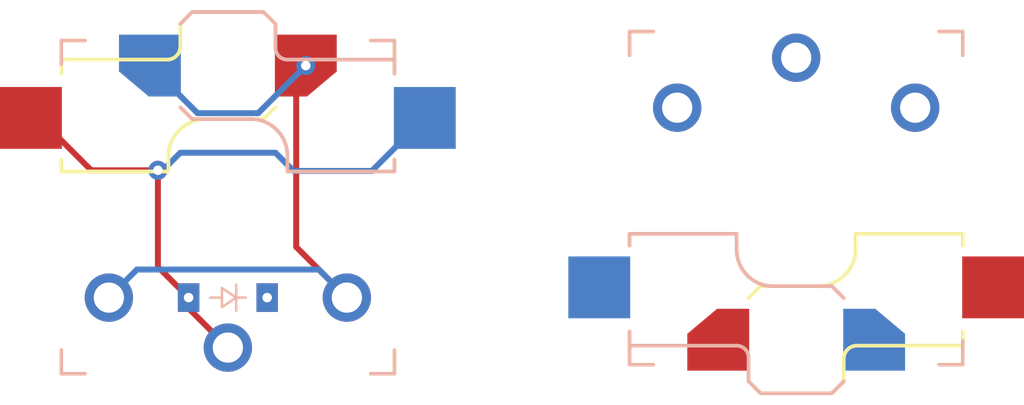
<source format=kicad_pcb>
(kicad_pcb (version 20221018) (generator pcbnew)
  (title_block (title "think_corney") (rev "v1-b1") (company "@infused-kim"))
  (layers (0 "F.Cu" signal) (31 "B.Cu" signal) (34 "B.Paste" user) (35 "F.Paste" user) (36 "B.SilkS" user "B.Silkscreen") (37 "F.SilkS" user "F.Silkscreen") (38 "B.Mask" user) (39 "F.Mask" user) (44 "Edge.Cuts" user))
  (net 0 "")
  (net 1 "C3")
  (net 2 "R2")
  (net 3 "middle_home")
  (footprint "ComboDiode" (layer "F.Cu") (at 0 3.8 180)
    (fp_text reference "D11" hide)
    (fp_text value "" hide)
    (fp_line (start -0.75 0) (end -0.35 0) (stroke (width 0.1)) (layer "B.SilkS"))
    (fp_line (start -0.35 0) (end -0.35 -0.55) (stroke (width 0.1)) (layer "B.SilkS"))
    (fp_line (start -0.35 0) (end -0.35 0.55) (stroke (width 0.1)) (layer "B.SilkS"))
    (fp_line (start -0.35 0) (end 0.25 -0.4) (stroke (width 0.1)) (layer "B.SilkS"))
    (fp_line (start 0.25 -0.4) (end 0.25 0.4) (stroke (width 0.1)) (layer "B.SilkS"))
    (fp_line (start 0.25 0) (end 0.75 0) (stroke (width 0.1)) (layer "B.SilkS"))
    (fp_line (start 0.25 0.4) (end -0.35 0) (stroke (width 0.1)) (layer "B.SilkS"))
    (fp_line (start -0.75 0) (end -0.35 0) (stroke (width 0.1)) (layer "F.SilkS"))
    (fp_line (start -0.35 0) (end -0.35 -0.55) (stroke (width 0.1)) (layer "F.SilkS"))
    (fp_line (start -0.35 0) (end -0.35 0.55) (stroke (width 0.1)) (layer "F.SilkS"))
    (fp_line (start -0.35 0) (end 0.25 -0.4) (stroke (width 0.1)) (layer "F.SilkS"))
    (fp_line (start 0.25 -0.4) (end 0.25 0.4) (stroke (width 0.1)) (layer "F.SilkS"))
    (fp_line (start 0.25 0) (end 0.75 0) (stroke (width 0.1)) (layer "F.SilkS"))
    (fp_line (start 0.25 0.4) (end -0.35 0) (stroke (width 0.1)) (layer "F.SilkS"))
    (pad "1" smd rect (at -1.65 0 180) (size 0.9 1.2) (layers "F.Cu" "F.Paste" "F.Mask") (net 2 "R2"))
    (pad "1" smd rect (at -1.65 0 180) (size 0.9 1.2) (layers "B.Cu" "B.Paste" "B.Mask") (net 2 "R2"))
    (pad "2" smd rect (at 1.65 0 180) (size 0.9 1.2) (layers "F.Cu" "F.Paste" "F.Mask") (net 3 "middle_home"))
    (pad "2" smd rect (at 1.65 0 180) (size 0.9 1.2) (layers "B.Cu" "B.Paste" "B.Mask") (net 3 "middle_home"))
  )
  (footprint "PG1350" (layer "F.Cu") (at 23.88 -0.38 180)
    (fp_text reference "S11" hide)
    (fp_text value "" hide)
    (fp_line (start -7 -6) (end -7 -7) (stroke (width 0.15)) (layer "B.SilkS"))
    (fp_line (start -7 7) (end -7 6) (stroke (width 0.15)) (layer "B.SilkS"))
    (fp_line (start -7 7) (end -6 7) (stroke (width 0.15)) (layer "B.SilkS"))
    (fp_line (start -6 -7) (end -7 -7) (stroke (width 0.15)) (layer "B.SilkS"))
    (fp_line (start -2 -7.7) (end -1.5 -8.2) (stroke (width 0.15)) (layer "B.SilkS"))
    (fp_line (start -2 -7.7) (end -1.5 -8.2) (stroke (width 0.15)) (layer "B.SilkS"))
    (fp_line (start -2 -4.2) (end -1.5 -3.7) (stroke (width 0.15)) (layer "B.SilkS"))
    (fp_line (start -2 -4.2) (end -1.5 -3.7) (stroke (width 0.15)) (layer "B.SilkS"))
    (fp_line (start -1.5 -8.2) (end 1.5 -8.2) (stroke (width 0.15)) (layer "B.SilkS"))
    (fp_line (start -1.5 -8.2) (end 1.5 -8.2) (stroke (width 0.15)) (layer "B.SilkS"))
    (fp_line (start -1.5 -3.7) (end 1 -3.7) (stroke (width 0.15)) (layer "B.SilkS"))
    (fp_line (start -1.5 -3.7) (end 1 -3.7) (stroke (width 0.15)) (layer "B.SilkS"))
    (fp_line (start 1.5 -8.2) (end 2 -7.7) (stroke (width 0.15)) (layer "B.SilkS"))
    (fp_line (start 1.5 -8.2) (end 2 -7.7) (stroke (width 0.15)) (layer "B.SilkS"))
    (fp_line (start 2 -6.7) (end 2 -7.7) (stroke (width 0.15)) (layer "B.SilkS"))
    (fp_line (start 2 -6.7) (end 2 -7.7) (stroke (width 0.15)) (layer "B.SilkS"))
    (fp_line (start 2.5 -2.2) (end 2.5 -1.5) (stroke (width 0.15)) (layer "B.SilkS"))
    (fp_line (start 2.5 -2.2) (end 2.5 -1.5) (stroke (width 0.15)) (layer "B.SilkS"))
    (fp_line (start 2.5 -1.5) (end 7 -1.5) (stroke (width 0.15)) (layer "B.SilkS"))
    (fp_line (start 2.5 -1.5) (end 7 -1.5) (stroke (width 0.15)) (layer "B.SilkS"))
    (fp_line (start 6 7) (end 7 7) (stroke (width 0.15)) (layer "B.SilkS"))
    (fp_line (start 7 -7) (end 6 -7) (stroke (width 0.15)) (layer "B.SilkS"))
    (fp_line (start 7 -7) (end 7 -6) (stroke (width 0.15)) (layer "B.SilkS"))
    (fp_line (start 7 -6.2) (end 2.5 -6.2) (stroke (width 0.15)) (layer "B.SilkS"))
    (fp_line (start 7 -6.2) (end 2.5 -6.2) (stroke (width 0.15)) (layer "B.SilkS"))
    (fp_line (start 7 -5.6) (end 7 -6.2) (stroke (width 0.15)) (layer "B.SilkS"))
    (fp_line (start 7 -5.6) (end 7 -6.2) (stroke (width 0.15)) (layer "B.SilkS"))
    (fp_line (start 7 -1.5) (end 7 -2) (stroke (width 0.15)) (layer "B.SilkS"))
    (fp_line (start 7 -1.5) (end 7 -2) (stroke (width 0.15)) (layer "B.SilkS"))
    (fp_line (start 7 6) (end 7 7) (stroke (width 0.15)) (layer "B.SilkS"))
    (fp_arc (start 0.97 -3.7) (mid 2.051873 -3.251873) (end 2.5 -2.17) (stroke (width 0.15)) (layer "B.SilkS"))
    (fp_arc (start 0.97 -3.7) (mid 2.051873 -3.251873) (end 2.5 -2.17) (stroke (width 0.15)) (layer "B.SilkS"))
    (fp_arc (start 2.500397 -6.199901) (mid 2.150071 -6.34272) (end 2 -6.690001) (stroke (width 0.15)) (layer "B.SilkS"))
    (fp_arc (start 2.500397 -6.199901) (mid 2.150071 -6.34272) (end 2 -6.690001) (stroke (width 0.15)) (layer "B.SilkS"))
    (fp_line (start -7 -6.2) (end -2.5 -6.2) (stroke (width 0.15)) (layer "F.SilkS"))
    (fp_line (start -7 -6.2) (end -2.5 -6.2) (stroke (width 0.15)) (layer "F.SilkS"))
    (fp_line (start -7 -6) (end -7 -7) (stroke (width 0.15)) (layer "F.SilkS"))
    (fp_line (start -7 -5.6) (end -7 -6.2) (stroke (width 0.15)) (layer "F.SilkS"))
    (fp_line (start -7 -5.6) (end -7 -6.2) (stroke (width 0.15)) (layer "F.SilkS"))
    (fp_line (start -7 -1.5) (end -7 -2) (stroke (width 0.15)) (layer "F.SilkS"))
    (fp_line (start -7 -1.5) (end -7 -2) (stroke (width 0.15)) (layer "F.SilkS"))
    (fp_line (start -7 7) (end -7 6) (stroke (width 0.15)) (layer "F.SilkS"))
    (fp_line (start -7 7) (end -6 7) (stroke (width 0.15)) (layer "F.SilkS"))
    (fp_line (start -6 -7) (end -7 -7) (stroke (width 0.15)) (layer "F.SilkS"))
    (fp_line (start -2.5 -2.2) (end -2.5 -1.5) (stroke (width 0.15)) (layer "F.SilkS"))
    (fp_line (start -2.5 -2.2) (end -2.5 -1.5) (stroke (width 0.15)) (layer "F.SilkS"))
    (fp_line (start -2.5 -1.5) (end -7 -1.5) (stroke (width 0.15)) (layer "F.SilkS"))
    (fp_line (start -2.5 -1.5) (end -7 -1.5) (stroke (width 0.15)) (layer "F.SilkS"))
    (fp_line (start -2 -6.7) (end -2 -7.7) (stroke (width 0.15)) (layer "F.SilkS"))
    (fp_line (start -2 -6.7) (end -2 -7.7) (stroke (width 0.15)) (layer "F.SilkS"))
    (fp_line (start -1.5 -8.2) (end -2 -7.7) (stroke (width 0.15)) (layer "F.SilkS"))
    (fp_line (start -1.5 -8.2) (end -2 -7.7) (stroke (width 0.15)) (layer "F.SilkS"))
    (fp_line (start 1.5 -8.2) (end -1.5 -8.2) (stroke (width 0.15)) (layer "F.SilkS"))
    (fp_line (start 1.5 -8.2) (end -1.5 -8.2) (stroke (width 0.15)) (layer "F.SilkS"))
    (fp_line (start 1.5 -3.7) (end -1 -3.7) (stroke (width 0.15)) (layer "F.SilkS"))
    (fp_line (start 1.5 -3.7) (end -1 -3.7) (stroke (width 0.15)) (layer "F.SilkS"))
    (fp_line (start 2 -7.7) (end 1.5 -8.2) (stroke (width 0.15)) (layer "F.SilkS"))
    (fp_line (start 2 -7.7) (end 1.5 -8.2) (stroke (width 0.15)) (layer "F.SilkS"))
    (fp_line (start 2 -4.2) (end 1.5 -3.7) (stroke (width 0.15)) (layer "F.SilkS"))
    (fp_line (start 2 -4.2) (end 1.5 -3.7) (stroke (width 0.15)) (layer "F.SilkS"))
    (fp_line (start 6 7) (end 7 7) (stroke (width 0.15)) (layer "F.SilkS"))
    (fp_line (start 7 -7) (end 6 -7) (stroke (width 0.15)) (layer "F.SilkS"))
    (fp_line (start 7 -7) (end 7 -6) (stroke (width 0.15)) (layer "F.SilkS"))
    (fp_line (start 7 6) (end 7 7) (stroke (width 0.15)) (layer "F.SilkS"))
    (fp_arc (start -2.5 -2.22) (mid -1.956518 -3.312082) (end -0.8 -3.7) (stroke (width 0.15)) (layer "F.SilkS"))
    (fp_arc (start -2.5 -2.22) (mid -1.956518 -3.312082) (end -0.8 -3.7) (stroke (width 0.15)) (layer "F.SilkS"))
    (fp_arc (start -2 -6.78) (mid -2.139878 -6.382304) (end -2.52 -6.2) (stroke (width 0.15)) (layer "F.SilkS"))
    (fp_arc (start -2 -6.78) (mid -2.139878 -6.382304) (end -2.52 -6.2) (stroke (width 0.15)) (layer "F.SilkS"))
    (pad "" np_thru_hole circle (at -5.5 0) (size 1.7018 1.7018) (drill 1.7018) (layers "*.Cu" "*.Mask"))
    (pad "" np_thru_hole circle (at -5 -3.75) (size 3 3) (drill 3) (layers "*.Cu" "*.Mask"))
    (pad "" np_thru_hole circle (at 0 -5.95) (size 3 3) (drill 3) (layers "*.Cu" "*.Mask"))
    (pad "" np_thru_hole circle (at 0 0) (size 3.429 3.429) (drill 3.429) (layers "*.Cu" "*.Mask"))
    (pad "" np_thru_hole circle (at 5 -3.75) (size 3 3) (drill 3) (layers "*.Cu" "*.Mask"))
    (pad "" np_thru_hole circle (at 5.5 0) (size 1.7018 1.7018) (drill 1.7018) (layers "*.Cu" "*.Mask"))
    (pad "1" thru_hole circle (at -5 3.8) (size 2.032 2.032) (drill 1.27) (layers "*.Cu" "*.Mask"))
    (pad "1" connect custom (at -3.275 -5.95 180) (size 0.5 0.5) (layers "B.Cu" "B.Mask") (options (clearance outline) (anchor rect)) (primitives (gr_poly (pts (xy -1.3 -1.3) (xy -1.3 0.25) (xy -0.05 1.3) (xy 1.3 1.3) (xy 1.3 -1.3)) (width 0) (fill yes))))
    (pad "1" connect custom (at 3.275 -5.95 180) (size 0.5 0.5) (layers "F.Cu" "F.Mask") (options (clearance outline) (anchor rect)) (primitives (gr_poly (pts (xy -1.3 -1.3) (xy -1.3 1.3) (xy 0.05 1.3) (xy 1.3 0.25) (xy 1.3 -1.3)) (width 0) (fill yes))))
    (pad "1" thru_hole circle (at 5 3.8) (size 2.032 2.032) (drill 1.27) (layers "*.Cu" "*.Mask"))
    (pad "2" smd rect (at -8.275 -3.75 180) (size 2.6 2.6) (layers "F.Cu" "F.Paste" "F.Mask"))
    (pad "2" thru_hole circle (at 0 5.9) (size 2.032 2.032) (drill 1.27) (layers "*.Cu" "*.Mask"))
    (pad "2" smd rect (at 8.275 -3.75 180) (size 2.6 2.6) (layers "B.Cu" "B.Paste" "B.Mask"))
  )
  (footprint "point_debugger" (layer "F.Cu") (at 0 0 180)
    (fp_text reference "P11\"" hide)
    (fp_text value "" (at 0 0) (layer "F.SilkS") (effects (font (size 1.27 1.27))))
  )
  (footprint "PG1350" (layer "F.Cu") (at 0 0)
    (fp_text reference "S11" hide)
    (fp_text value "" hide)
    (fp_line (start -7 -6) (end -7 -7) (stroke (width 0.15)) (layer "B.SilkS"))
    (fp_line (start -7 7) (end -7 6) (stroke (width 0.15)) (layer "B.SilkS"))
    (fp_line (start -7 7) (end -6 7) (stroke (width 0.15)) (layer "B.SilkS"))
    (fp_line (start -6 -7) (end -7 -7) (stroke (width 0.15)) (layer "B.SilkS"))
    (fp_line (start -2 -7.7) (end -1.5 -8.2) (stroke (width 0.15)) (layer "B.SilkS"))
    (fp_line (start -2 -7.7) (end -1.5 -8.2) (stroke (width 0.15)) (layer "B.SilkS"))
    (fp_line (start -2 -4.2) (end -1.5 -3.7) (stroke (width 0.15)) (layer "B.SilkS"))
    (fp_line (start -2 -4.2) (end -1.5 -3.7) (stroke (width 0.15)) (layer "B.SilkS"))
    (fp_line (start -1.5 -8.2) (end 1.5 -8.2) (stroke (width 0.15)) (layer "B.SilkS"))
    (fp_line (start -1.5 -8.2) (end 1.5 -8.2) (stroke (width 0.15)) (layer "B.SilkS"))
    (fp_line (start -1.5 -3.7) (end 1 -3.7) (stroke (width 0.15)) (layer "B.SilkS"))
    (fp_line (start -1.5 -3.7) (end 1 -3.7) (stroke (width 0.15)) (layer "B.SilkS"))
    (fp_line (start 1.5 -8.2) (end 2 -7.7) (stroke (width 0.15)) (layer "B.SilkS"))
    (fp_line (start 1.5 -8.2) (end 2 -7.7) (stroke (width 0.15)) (layer "B.SilkS"))
    (fp_line (start 2 -6.7) (end 2 -7.7) (stroke (width 0.15)) (layer "B.SilkS"))
    (fp_line (start 2 -6.7) (end 2 -7.7) (stroke (width 0.15)) (layer "B.SilkS"))
    (fp_line (start 2.5 -2.2) (end 2.5 -1.5) (stroke (width 0.15)) (layer "B.SilkS"))
    (fp_line (start 2.5 -2.2) (end 2.5 -1.5) (stroke (width 0.15)) (layer "B.SilkS"))
    (fp_line (start 2.5 -1.5) (end 7 -1.5) (stroke (width 0.15)) (layer "B.SilkS"))
    (fp_line (start 2.5 -1.5) (end 7 -1.5) (stroke (width 0.15)) (layer "B.SilkS"))
    (fp_line (start 6 7) (end 7 7) (stroke (width 0.15)) (layer "B.SilkS"))
    (fp_line (start 7 -7) (end 6 -7) (stroke (width 0.15)) (layer "B.SilkS"))
    (fp_line (start 7 -7) (end 7 -6) (stroke (width 0.15)) (layer "B.SilkS"))
    (fp_line (start 7 -6.2) (end 2.5 -6.2) (stroke (width 0.15)) (layer "B.SilkS"))
    (fp_line (start 7 -6.2) (end 2.5 -6.2) (stroke (width 0.15)) (layer "B.SilkS"))
    (fp_line (start 7 -5.6) (end 7 -6.2) (stroke (width 0.15)) (layer "B.SilkS"))
    (fp_line (start 7 -5.6) (end 7 -6.2) (stroke (width 0.15)) (layer "B.SilkS"))
    (fp_line (start 7 -1.5) (end 7 -2) (stroke (width 0.15)) (layer "B.SilkS"))
    (fp_line (start 7 -1.5) (end 7 -2) (stroke (width 0.15)) (layer "B.SilkS"))
    (fp_line (start 7 6) (end 7 7) (stroke (width 0.15)) (layer "B.SilkS"))
    (fp_arc (start 0.97 -3.7) (mid 2.051873 -3.251873) (end 2.5 -2.17) (stroke (width 0.15)) (layer "B.SilkS"))
    (fp_arc (start 0.97 -3.7) (mid 2.051873 -3.251873) (end 2.5 -2.17) (stroke (width 0.15)) (layer "B.SilkS"))
    (fp_arc (start 2.500397 -6.199901) (mid 2.150071 -6.34272) (end 2 -6.690001) (stroke (width 0.15)) (layer "B.SilkS"))
    (fp_arc (start 2.500397 -6.199901) (mid 2.150071 -6.34272) (end 2 -6.690001) (stroke (width 0.15)) (layer "B.SilkS"))
    (fp_line (start -7 -6.2) (end -2.5 -6.2) (stroke (width 0.15)) (layer "F.SilkS"))
    (fp_line (start -7 -6.2) (end -2.5 -6.2) (stroke (width 0.15)) (layer "F.SilkS"))
    (fp_line (start -7 -6) (end -7 -7) (stroke (width 0.15)) (layer "F.SilkS"))
    (fp_line (start -7 -5.6) (end -7 -6.2) (stroke (width 0.15)) (layer "F.SilkS"))
    (fp_line (start -7 -5.6) (end -7 -6.2) (stroke (width 0.15)) (layer "F.SilkS"))
    (fp_line (start -7 -1.5) (end -7 -2) (stroke (width 0.15)) (layer "F.SilkS"))
    (fp_line (start -7 -1.5) (end -7 -2) (stroke (width 0.15)) (layer "F.SilkS"))
    (fp_line (start -7 7) (end -7 6) (stroke (width 0.15)) (layer "F.SilkS"))
    (fp_line (start -7 7) (end -6 7) (stroke (width 0.15)) (layer "F.SilkS"))
    (fp_line (start -6 -7) (end -7 -7) (stroke (width 0.15)) (layer "F.SilkS"))
    (fp_line (start -2.5 -2.2) (end -2.5 -1.5) (stroke (width 0.15)) (layer "F.SilkS"))
    (fp_line (start -2.5 -2.2) (end -2.5 -1.5) (stroke (width 0.15)) (layer "F.SilkS"))
    (fp_line (start -2.5 -1.5) (end -7 -1.5) (stroke (width 0.15)) (layer "F.SilkS"))
    (fp_line (start -2.5 -1.5) (end -7 -1.5) (stroke (width 0.15)) (layer "F.SilkS"))
    (fp_line (start -2 -6.7) (end -2 -7.7) (stroke (width 0.15)) (layer "F.SilkS"))
    (fp_line (start -2 -6.7) (end -2 -7.7) (stroke (width 0.15)) (layer "F.SilkS"))
    (fp_line (start -1.5 -8.2) (end -2 -7.7) (stroke (width 0.15)) (layer "F.SilkS"))
    (fp_line (start -1.5 -8.2) (end -2 -7.7) (stroke (width 0.15)) (layer "F.SilkS"))
    (fp_line (start 1.5 -8.2) (end -1.5 -8.2) (stroke (width 0.15)) (layer "F.SilkS"))
    (fp_line (start 1.5 -8.2) (end -1.5 -8.2) (stroke (width 0.15)) (layer "F.SilkS"))
    (fp_line (start 1.5 -3.7) (end -1 -3.7) (stroke (width 0.15)) (layer "F.SilkS"))
    (fp_line (start 1.5 -3.7) (end -1 -3.7) (stroke (width 0.15)) (layer "F.SilkS"))
    (fp_line (start 2 -7.7) (end 1.5 -8.2) (stroke (width 0.15)) (layer "F.SilkS"))
    (fp_line (start 2 -7.7) (end 1.5 -8.2) (stroke (width 0.15)) (layer "F.SilkS"))
    (fp_line (start 2 -4.2) (end 1.5 -3.7) (stroke (width 0.15)) (layer "F.SilkS"))
    (fp_line (start 2 -4.2) (end 1.5 -3.7) (stroke (width 0.15)) (layer "F.SilkS"))
    (fp_line (start 6 7) (end 7 7) (stroke (width 0.15)) (layer "F.SilkS"))
    (fp_line (start 7 -7) (end 6 -7) (stroke (width 0.15)) (layer "F.SilkS"))
    (fp_line (start 7 -7) (end 7 -6) (stroke (width 0.15)) (layer "F.SilkS"))
    (fp_line (start 7 6) (end 7 7) (stroke (width 0.15)) (layer "F.SilkS"))
    (fp_arc (start -2.5 -2.22) (mid -1.956518 -3.312082) (end -0.8 -3.7) (stroke (width 0.15)) (layer "F.SilkS"))
    (fp_arc (start -2.5 -2.22) (mid -1.956518 -3.312082) (end -0.8 -3.7) (stroke (width 0.15)) (layer "F.SilkS"))
    (fp_arc (start -2 -6.78) (mid -2.139878 -6.382304) (end -2.52 -6.2) (stroke (width 0.15)) (layer "F.SilkS"))
    (fp_arc (start -2 -6.78) (mid -2.139878 -6.382304) (end -2.52 -6.2) (stroke (width 0.15)) (layer "F.SilkS"))
    (pad "" np_thru_hole circle (at -5.5 0 180) (size 1.7018 1.7018) (drill 1.7018) (layers "*.Cu" "*.Mask"))
    (pad "" np_thru_hole circle (at -5 -3.75 180) (size 3 3) (drill 3) (layers "*.Cu" "*.Mask"))
    (pad "" np_thru_hole circle (at 0 -5.95 180) (size 3 3) (drill 3) (layers "*.Cu" "*.Mask"))
    (pad "" np_thru_hole circle (at 0 0 180) (size 3.429 3.429) (drill 3.429) (layers "*.Cu" "*.Mask"))
    (pad "" np_thru_hole circle (at 5 -3.75 180) (size 3 3) (drill 3) (layers "*.Cu" "*.Mask"))
    (pad "" np_thru_hole circle (at 5.5 0 180) (size 1.7018 1.7018) (drill 1.7018) (layers "*.Cu" "*.Mask"))
    (pad "1" thru_hole circle (at -5 3.8 180) (size 2.032 2.032) (drill 1.27) (layers "*.Cu" "*.Mask"))
    (pad "1" connect custom (at -3.275 -5.95) (size 0.5 0.5) (layers "B.Cu" "B.Mask") (options (clearance outline) (anchor rect)) (primitives (gr_poly (pts (xy -1.3 -1.3) (xy -1.3 0.25) (xy -0.05 1.3) (xy 1.3 1.3) (xy 1.3 -1.3)) (width 0) (fill yes))))
    (pad "1" connect custom (at 3.275 -5.95) (size 0.5 0.5) (layers "F.Cu" "F.Mask") (options (clearance outline) (anchor rect)) (primitives (gr_poly (pts (xy -1.3 -1.3) (xy -1.3 1.3) (xy 0.05 1.3) (xy 1.3 0.25) (xy 1.3 -1.3)) (width 0) (fill yes))))
    (pad "1" thru_hole circle (at 5 3.8 180) (size 2.032 2.032) (drill 1.27) (layers "*.Cu" "*.Mask"))
    (pad "2" smd rect (at -8.275 -3.75) (size 2.6 2.6) (layers "F.Cu" "F.Paste" "F.Mask") (net 3 "middle_home"))
    (pad "2" thru_hole circle (at 0 5.9 180) (size 2.032 2.032) (drill 1.27) (layers "*.Cu" "*.Mask") (net 3 "middle_home"))
    (pad "2" smd rect (at 8.275 -3.75) (size 2.6 2.6) (layers "B.Cu" "B.Paste" "B.Mask") (net 3 "middle_home"))
  )
  (segment (start 2.87 -5.545) (end 3.275 -5.95) (width 0.25) (layer "F.Cu") (net 1))
  (segment (start 2.87 1.67) (end 5 3.8) (width 0.25) (layer "F.Cu") (net 1))
  (segment (start 2.87 1.67) (end 2.87 -5.545) (width 0.25) (layer "F.Cu") (net 1))
  (via (at 3.275 -5.95) (size 0.8) (drill 0.4) (layers "F.Cu" "B.Cu") (net 1))
  (segment (start 1.275 -3.95) (end 3.275 -5.95) (width 0.25) (layer "B.Cu") (net 1))
  (segment (start 3.82 2.62) (end -3.82 2.62) (width 0.25) (layer "B.Cu") (net 1))
  (segment (start -1.275 -3.95) (end 1.275 -3.95) (width 0.25) (layer "B.Cu") (net 1))
  (segment (start -3.82 2.62) (end -5 3.8) (width 0.25) (layer "B.Cu") (net 1))
  (segment (start 5 3.8) (end 3.82 2.62) (width 0.25) (layer "B.Cu") (net 1))
  (segment (start -3.275 -5.95) (end -1.275 -3.95) (width 0.25) (layer "B.Cu") (net 1))
  (via (at 1.65 3.8) (size 0.8) (drill 0.4) (layers "F.Cu" "B.Cu") (net 2))
  (segment (start -5.74 -1.55) (end -2.94 -1.55) (width 0.25) (layer "F.Cu") (net 3))
  (segment (start -1.65 3.8) (end -1.65 4.25) (width 0.25) (layer "F.Cu") (net 3))
  (segment (start -8.275 -3.75) (end -7.94 -3.75) (width 0.25) (layer "F.Cu") (net 3))
  (segment (start -7.94 -3.75) (end -5.74 -1.55) (width 0.25) (layer "F.Cu") (net 3))
  (segment (start -2.94 -1.55) (end -2.94 2.51) (width 0.25) (layer "F.Cu") (net 3))
  (segment (start -2.94 2.51) (end -1.65 3.8) (width 0.25) (layer "F.Cu") (net 3))
  (segment (start -1.65 4.25) (end 0 5.9) (width 0.25) (layer "F.Cu") (net 3))
  (via (at -2.94 -1.55) (size 0.8) (drill 0.4) (layers "F.Cu" "B.Cu") (net 3))
  (via (at -1.65 3.8) (size 0.8) (drill 0.4) (layers "F.Cu" "B.Cu") (net 3))
  (segment (start -2.736 -1.55) (end -2 -2.286) (width 0.25) (layer "B.Cu") (net 3))
  (segment (start 2 -2.286) (end -2 -2.286) (width 0.25) (layer "B.Cu") (net 3))
  (segment (start -2.94 -1.55) (end -2.736 -1.55) (width 0.25) (layer "B.Cu") (net 3))
  (segment (start 6.049 -1.524) (end 2.762 -1.524) (width 0.25) (layer "B.Cu") (net 3))
  (segment (start 2.762 -1.524) (end 2 -2.286) (width 0.25) (layer "B.Cu") (net 3))
  (segment (start 8.275 -3.75) (end 6.049 -1.524) (width 0.25) (layer "B.Cu") (net 3))
)
</source>
